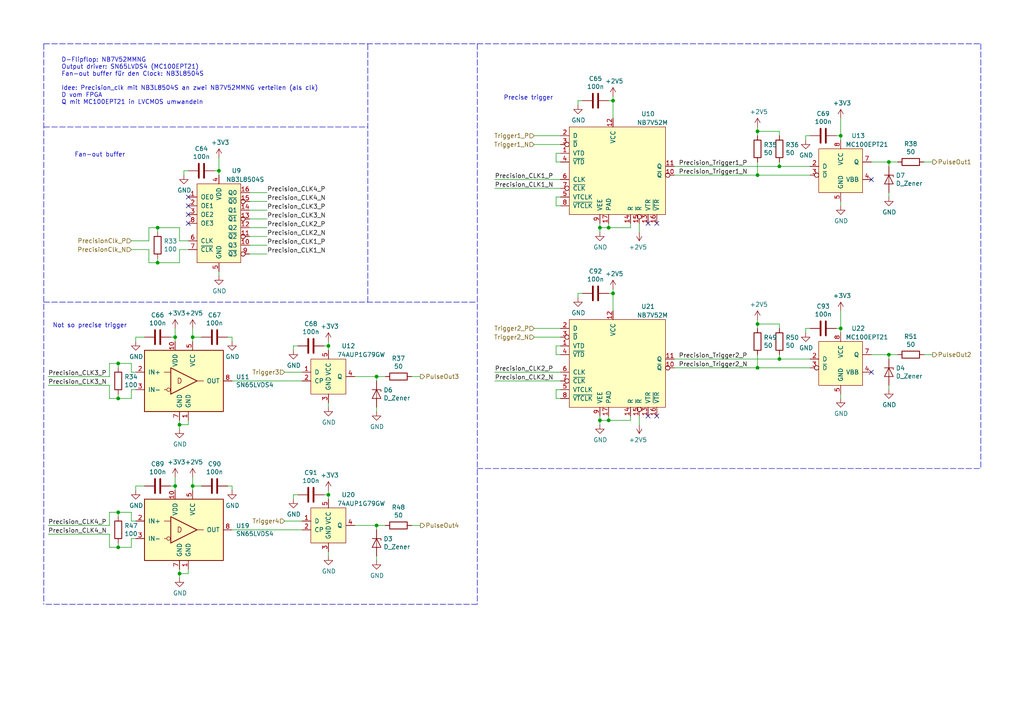
<source format=kicad_sch>
(kicad_sch (version 20250114) (generator "eeschema") (generator_version "9.0")
  (paper "A4")
  (title_block (title "TDS Receiver - Trigger Outputs") (date "2025-02-17") (company "(c) 2025 ETH Zurich, Y. Acremann") (comment 1 "License: GNU public license v. 3.0"))
  (lib_symbols
    (symbol "74AUP1G79GW:74AUP1G79GW" (pin_names (offset 1.016))
      (property "Reference" "U" (at 6.35 8.89 0))
      (property "Value" "74AUP1G79GW" (at 8.89 6.35 0))
      (symbol "74AUP1G79GW_0_1"
        (rectangle (start -5.08 5.08) (end 5.08 -5.08) (fill (type background)))
      )
      (symbol "74AUP1G79GW_1_1"
        (pin input line (at -7.62 1.27 0) (length 2.54) (name "D") (number "1"))
        (pin input line (at -7.62 -1.27 0) (length 2.54) (name "CP") (number "2"))
        (pin power_in line (at 0 7.62 270) (length 2.54) (name "VCC") (number "5"))
        (pin power_in line (at 0 -7.62 90) (length 2.54) (name "GND") (number "3"))
        (pin input line (at 7.62 0 180) (length 2.54) (name "Q") (number "4"))
      )
    )
    (symbol "Device:C" (pin_numbers (hide yes)) (pin_names (offset 0.254))
      (property "Reference" "C" (at 0.635 2.54 0))
      (property "Value" "Device_C" (at 0.635 -2.54 0))
      (symbol "C_0_1"
        (polyline (pts (xy -2.032 0.762) (xy 2.032 0.762)) (stroke (width 0.508)))
        (polyline (pts (xy -2.032 -0.762) (xy 2.032 -0.762)) (stroke (width 0.508)))
      )
      (symbol "C_1_1"
        (pin passive line (at 0 3.81 270) (length 2.794) (name "~") (number "1"))
        (pin passive line (at 0 -3.81 90) (length 2.794) (name "~") (number "2"))
      )
    )
    (symbol "Device:D_Zener" (pin_numbers (hide yes)) (pin_names (offset 1.016) (hide yes))
      (property "Reference" "D" (at 0 2.54 0))
      (property "Value" "Device_D_Zener" (at 0 -2.54 0))
      (symbol "D_Zener_0_1"
        (polyline (pts (xy -1.27 -1.27) (xy -1.27 1.27) (xy -0.762 1.27)) (stroke (width 0.2032)))
        (polyline (pts (xy 1.27 0) (xy -1.27 0)))
        (polyline (pts (xy 1.27 -1.27) (xy 1.27 1.27) (xy -1.27 0) (xy 1.27 -1.27)) (stroke (width 0.2032)))
      )
      (symbol "D_Zener_1_1"
        (pin passive line (at -3.81 0 0) (length 2.54) (name "K") (number "1"))
        (pin passive line (at 3.81 0 180) (length 2.54) (name "A") (number "2"))
      )
    )
    (symbol "Device:R" (pin_numbers (hide yes)) (pin_names (offset 0))
      (property "Reference" "R" (at 2.032 0 90))
      (property "Value" "Device_R" (at 0 0 90))
      (symbol "R_0_1"
        (rectangle (start -1.016 -2.54) (end 1.016 2.54) (stroke (width 0.254)))
      )
      (symbol "R_1_1"
        (pin passive line (at 0 3.81 270) (length 1.27) (name "~") (number "1"))
        (pin passive line (at 0 -3.81 90) (length 1.27) (name "~") (number "2"))
      )
    )
    (symbol "MC100EPT21:MC100EPT21" (pin_names (offset 1.016))
      (property "Reference" "U" (at 5.08 10.16 0))
      (property "Value" "MC100EPT21" (at 8.89 7.62 0))
      (symbol "MC100EPT21_0_1"
        (rectangle (start -6.35 6.35) (end 6.35 -6.35) (fill (type background)))
      )
      (symbol "MC100EPT21_1_1"
        (pin input line (at -8.89 1.27 0) (length 2.54) (name "D") (number "2"))
        (pin input inverted (at -8.89 -1.27 0) (length 2.54) (name "~{D}") (number "3"))
        (pin power_in line (at 0 8.89 270) (length 2.54) (name "VCC") (number "8"))
        (pin power_in line (at 0 -8.89 90) (length 2.54) (name "GND") (number "5"))
        (pin output line (at 8.89 2.54 180) (length 2.54) (name "Q") (number "7"))
        (pin output line (at 8.89 -2.54 180) (length 2.54) (name "VBB") (number "4"))
      )
    )
    (symbol "NB3L8504S:NB3L8504S" (pin_names (offset 1.016))
      (property "Reference" "U" (at 10.16 15.24 0))
      (property "Value" "NB3L8504S" (at 7.62 12.7 0))
      (symbol "NB3L8504S_0_1"
        (rectangle (start -6.35 11.43) (end 6.35 -11.43) (fill (type background)))
      )
      (symbol "NB3L8504S_1_1"
        (pin input line (at -8.89 7.62 0) (length 2.54) (name "OE0") (number "1"))
        (pin input line (at -8.89 5.08 0) (length 2.54) (name "OE1") (number "2"))
        (pin input line (at -8.89 2.54 0) (length 2.54) (name "OE2") (number "3"))
        (pin input line (at -8.89 0 0) (length 2.54) (name "OE3") (number "8"))
        (pin input line (at -8.89 -5.08 0) (length 2.54) (name "CLK") (number "6"))
        (pin input line (at -8.89 -7.62 0) (length 2.54) (name "~{CLK}") (number "7"))
        (pin power_in line (at 0 13.97 270) (length 2.54) (name "VDD") (number "4"))
        (pin power_in line (at 0 -13.97 90) (length 2.54) (name "GND") (number "5"))
        (pin output line (at 8.89 8.89 180) (length 2.54) (name "Q0") (number "16"))
        (pin output inverted (at 8.89 6.35 180) (length 2.54) (name "~{Q0}") (number "15"))
        (pin output line (at 8.89 3.81 180) (length 2.54) (name "Q1") (number "14"))
        (pin output inverted (at 8.89 1.27 180) (length 2.54) (name "~{Q1}") (number "13"))
        (pin output line (at 8.89 -1.27 180) (length 2.54) (name "Q2") (number "12"))
        (pin output inverted (at 8.89 -3.81 180) (length 2.54) (name "~{Q2}") (number "11"))
        (pin output line (at 8.89 -6.35 180) (length 2.54) (name "Q3") (number "10"))
        (pin output inverted (at 8.89 -8.89 180) (length 2.54) (name "~{Q3}") (number "9"))
      )
    )
    (symbol "NB7V52M:NB7V52M" (pin_names (offset 1.016))
      (property "Reference" "U" (at 7.62 16.51 0))
      (property "Value" "NB7V52M" (at 8.89 13.97 0))
      (symbol "NB7V52M_0_1"
        (rectangle (start -13.97 12.7) (end 13.97 -12.7) (fill (type background)))
      )
      (symbol "NB7V52M_1_1"
        (pin input line (at -16.51 10.16 0) (length 2.54) (name "D") (number "2"))
        (pin input inverted (at -16.51 7.62 0) (length 2.54) (name "~{D}") (number "3"))
        (pin passive line (at -16.51 5.08 0) (length 2.54) (name "VTD") (number "1"))
        (pin input line (at -16.51 2.54 0) (length 2.54) (name "~{VTD}") (number "4"))
        (pin input line (at -16.51 -2.54 0) (length 2.54) (name "CLK") (number "6"))
        (pin input inverted (at -16.51 -5.08 0) (length 2.54) (name "~{CLK}") (number "7"))
        (pin passive line (at -16.51 -7.62 0) (length 2.54) (name "VTCLK") (number "5"))
        (pin passive line (at -16.51 -10.16 0) (length 2.54) (name "~{VTCLK}") (number "8"))
        (pin power_in line (at -5.08 -15.24 90) (length 2.54) (name "VEE") (number "9"))
        (pin power_in line (at -2.54 -15.24 90) (length 2.54) (name "PAD") (number "17"))
        (pin power_in line (at -1.27 15.24 270) (length 2.54) (name "VCC") (number "12"))
        (pin input line (at 3.81 -15.24 90) (length 2.54) (name "R") (number "14"))
        (pin input inverted (at 6.35 -15.24 90) (length 2.54) (name "~{R}") (number "15"))
        (pin passive line (at 8.89 -15.24 90) (length 2.54) (name "VTR") (number "13"))
        (pin passive line (at 11.43 -15.24 90) (length 2.54) (name "~{VTR}") (number "16"))
        (pin output line (at 16.51 1.27 180) (length 2.54) (name "Q") (number "11"))
        (pin output inverted (at 16.51 -1.27 180) (length 2.54) (name "~{Q}") (number "10"))
      )
    )
    (symbol "SN65LVDS4:SN65LVDS4" (pin_names (offset 1.016))
      (property "Reference" "U" (at 15.24 12.7 0))
      (property "Value" "SN65LVDS4" (at 11.43 10.16 0))
      (symbol "SN65LVDS4_0_1"
        (polyline (pts (xy -5.715 -2.54) (xy -5.08 -2.54)))
        (circle (center -4.445 -2.54) (radius 0.508))
      )
      (symbol "SN65LVDS4_1_1"
        (rectangle (start -11.43 8.89) (end 11.43 -8.89) (stroke (width 0.254)) (fill (type background)))
        (polyline (pts (xy -3.81 2.54) (xy -5.715 2.54)))
        (polyline (pts (xy -3.81 -3.81) (xy -3.81 3.81) (xy 3.81 0) (xy -3.81 -3.81)) (stroke (width 0.254)))
        (polyline (pts (xy 3.81 0) (xy 5.715 0)))
        (text "D" (at -1.27 0 0) (effects (font (size 1.524 1.524))))
        (pin input line (at -13.97 2.54 0) (length 2.54) (name "IN+") (number "2"))
        (pin input line (at -13.97 -2.54 0) (length 2.54) (name "IN-") (number "3"))
        (pin power_in line (at -2.54 11.43 270) (length 2.54) (name "VDD") (number "10"))
        (pin power_in line (at -1.27 -11.43 90) (length 2.54) (name "GND") (number "7"))
        (pin power_in line (at 1.27 -11.43 90) (length 2.54) (name "GND") (number "1"))
        (pin power_in line (at 2.54 11.43 270) (length 2.54) (name "VCC") (number "5"))
        (pin no_connect line (at 5.08 -8.89 90) (length 2.54) (hide yes) (name "NC") (number "4"))
        (pin no_connect line (at 7.62 -8.89 90) (length 2.54) (hide yes) (name "NC") (number "6"))
        (pin no_connect line (at 10.16 -8.89 90) (length 2.54) (hide yes) (name "NC") (number "9"))
        (pin output line (at 13.97 0 180) (length 2.54) (name "OUT") (number "8"))
      )
    )
    (symbol "power:+2V5" (power) (pin_names (offset 0))
      (property "Value" "power_+2V5" (at 0 3.556 0))
      (symbol "+2V5_0_1"
        (polyline (pts (xy -0.762 1.27) (xy 0 2.54)))
        (polyline (pts (xy 0 2.54) (xy 0.762 1.27)))
        (polyline (pts (xy 0 0) (xy 0 2.54)))
      )
      (symbol "+2V5_1_1"
        (pin power_in line (at 0 0 90) (length 0) (hide yes) (name "+2V5") (number "1"))
      )
    )
    (symbol "power:+3.3V" (power) (pin_names (offset 0))
      (property "Value" "power_+3.3V" (at 0 3.556 0))
      (symbol "+3.3V_0_1"
        (polyline (pts (xy -0.762 1.27) (xy 0 2.54)))
        (polyline (pts (xy 0 2.54) (xy 0.762 1.27)))
        (polyline (pts (xy 0 0) (xy 0 2.54)))
      )
      (symbol "+3.3V_1_1"
        (pin power_in line (at 0 0 90) (length 0) (hide yes) (name "+3V3") (number "1"))
      )
    )
    (symbol "power:GND" (power) (pin_names (offset 0))
      (property "Value" "power_GND" (at 0 -3.81 0))
      (symbol "GND_0_1"
        (polyline (pts (xy 0 0) (xy 0 -1.27) (xy 1.27 -1.27) (xy 0 -2.54) (xy -1.27 -1.27) (xy 0 -1.27)))
      )
      (symbol "GND_1_1"
        (pin power_in line (at 0 0 270) (length 0) (hide yes) (name "GND") (number "1"))
      )
    )
  )
  (text "D-Flipflop: NB7V52MMNG\nOutput driver: SN65LVDS4 (MC100EPT21)\nFan-out buffer für den Clock: NB3L8504S\n\nIdee: Precision_clk mit NB3L8504S an zwei NB7V52MMNG verteilen (als clk)\nD vom FPGA\nQ mit MC100EPT21 in LVCMOS umwandeln" (at 17.78 30.48 0) (effects (font (size 1.27 1.27)) (justify left bottom)))
  (text "Precise trigger\n" (at 146.05 29.21 0) (effects (font (size 1.27 1.27)) (justify left bottom)))
  (text "Not so precise trigger\n" (at 15.24 95.25 0) (effects (font (size 1.27 1.27)) (justify left bottom)))
  (text "Fan-out buffer\n" (at 21.59 45.72 0) (effects (font (size 1.27 1.27)) (justify left bottom)))
  (junction (at 226.06 104.14))
  (junction (at 55.88 140.97))
  (junction (at 177.8 29.21))
  (junction (at 95.25 143.51))
  (junction (at 176.53 121.92))
  (junction (at 257.81 46.99))
  (junction (at 109.22 109.22))
  (junction (at 109.22 152.4))
  (junction (at 219.71 106.68))
  (junction (at 63.5 49.53))
  (junction (at 34.29 158.75))
  (junction (at 52.07 166.37))
  (junction (at 55.88 97.79))
  (junction (at 52.07 123.19))
  (junction (at 173.99 66.04))
  (junction (at 176.53 66.04))
  (junction (at 257.81 102.87))
  (junction (at 34.29 115.57))
  (junction (at 50.8 140.97))
  (junction (at 219.71 93.98))
  (junction (at 34.29 148.59))
  (junction (at 45.72 76.2))
  (junction (at 219.71 50.8))
  (junction (at 219.71 38.1))
  (junction (at 243.84 39.37))
  (junction (at 95.25 100.33))
  (junction (at 243.84 95.25))
  (junction (at 50.8 97.79))
  (junction (at 45.72 66.04))
  (junction (at 226.06 48.26))
  (junction (at 34.29 105.41))
  (junction (at 173.99 121.92))
  (junction (at 177.8 85.09))
  (no_connect (at 54.61 57.15))
  (no_connect (at 252.73 52.07))
  (no_connect (at 54.61 64.77))
  (no_connect (at 190.5 120.65))
  (no_connect (at 54.61 62.23))
  (no_connect (at 252.73 107.95))
  (no_connect (at 54.61 59.69))
  (no_connect (at 190.5 64.77))
  (no_connect (at 187.96 120.65))
  (no_connect (at 187.96 64.77))
  (wire (pts (xy 161.29 102.87) (xy 162.56 102.87)))
  (wire (pts (xy 31.75 152.4) (xy 13.97 152.4)))
  (wire (pts (xy 243.84 39.37) (xy 243.84 40.64)))
  (wire (pts (xy 52.07 76.2) (xy 52.07 72.39)))
  (wire (pts (xy 34.29 148.59) (xy 34.29 149.86)))
  (wire (pts (xy 38.1 113.03) (xy 38.1 115.57)))
  (wire (pts (xy 72.39 68.58) (xy 77.47 68.58)))
  (polyline (pts (xy 138.43 135.89) (xy 284.48 135.89)) (stroke (width 0) (type dash)))
  (wire (pts (xy 34.29 148.59) (xy 31.75 148.59)))
  (wire (pts (xy 31.75 148.59) (xy 31.75 152.4)))
  (wire (pts (xy 38.1 105.41) (xy 38.1 107.95)))
  (wire (pts (xy 162.56 100.33) (xy 161.29 100.33)))
  (wire (pts (xy 38.1 148.59) (xy 34.29 148.59)))
  (wire (pts (xy 167.64 29.21) (xy 167.64 30.48)))
  (wire (pts (xy 219.71 93.98) (xy 226.06 93.98)))
  (wire (pts (xy 243.84 39.37) (xy 243.84 34.29)))
  (wire (pts (xy 242.57 39.37) (xy 243.84 39.37)))
  (wire (pts (xy 52.07 123.19) (xy 52.07 121.92)))
  (wire (pts (xy 173.99 121.92) (xy 176.53 121.92)))
  (wire (pts (xy 219.71 93.98) (xy 219.71 95.25)))
  (wire (pts (xy 87.63 110.49) (xy 67.31 110.49)))
  (wire (pts (xy 176.53 66.04) (xy 182.88 66.04)))
  (wire (pts (xy 85.09 143.51) (xy 85.09 144.78)))
  (wire (pts (xy 162.56 107.95) (xy 143.51 107.95)))
  (wire (pts (xy 182.88 66.04) (xy 182.88 64.77)))
  (wire (pts (xy 72.39 58.42) (xy 77.47 58.42)))
  (wire (pts (xy 52.07 69.85) (xy 54.61 69.85)))
  (wire (pts (xy 195.58 48.26) (xy 226.06 48.26)))
  (wire (pts (xy 49.53 140.97) (xy 50.8 140.97)))
  (wire (pts (xy 52.07 123.19) (xy 54.61 123.19)))
  (wire (pts (xy 43.18 66.04) (xy 43.18 69.85)))
  (wire (pts (xy 257.81 46.99) (xy 252.73 46.99)))
  (wire (pts (xy 177.8 29.21) (xy 177.8 34.29)))
  (wire (pts (xy 234.95 39.37) (xy 233.68 39.37)))
  (polyline (pts (xy 138.43 12.7) (xy 138.43 175.26)) (stroke (width 0) (type dash)))
  (wire (pts (xy 177.8 85.09) (xy 176.53 85.09)))
  (wire (pts (xy 195.58 106.68) (xy 219.71 106.68)))
  (wire (pts (xy 45.72 76.2) (xy 45.72 74.93)))
  (wire (pts (xy 119.38 152.4) (xy 121.92 152.4)))
  (wire (pts (xy 161.29 100.33) (xy 161.29 102.87)))
  (wire (pts (xy 63.5 80.01) (xy 63.5 78.74)))
  (wire (pts (xy 41.91 140.97) (xy 39.37 140.97)))
  (wire (pts (xy 260.35 46.99) (xy 257.81 46.99)))
  (wire (pts (xy 43.18 72.39) (xy 38.1 72.39)))
  (wire (pts (xy 55.88 138.43) (xy 55.88 140.97)))
  (wire (pts (xy 219.71 92.71) (xy 219.71 93.98)))
  (wire (pts (xy 38.1 115.57) (xy 34.29 115.57)))
  (wire (pts (xy 161.29 44.45) (xy 161.29 46.99)))
  (wire (pts (xy 13.97 111.76) (xy 31.75 111.76)))
  (wire (pts (xy 168.91 85.09) (xy 167.64 85.09)))
  (wire (pts (xy 93.98 100.33) (xy 95.25 100.33)))
  (wire (pts (xy 52.07 72.39) (xy 54.61 72.39)))
  (wire (pts (xy 45.72 66.04) (xy 45.72 67.31)))
  (wire (pts (xy 34.29 115.57) (xy 34.29 114.3)))
  (wire (pts (xy 109.22 162.56) (xy 109.22 161.29)))
  (wire (pts (xy 257.81 57.15) (xy 257.81 55.88)))
  (wire (pts (xy 82.55 107.95) (xy 87.63 107.95)))
  (wire (pts (xy 109.22 153.67) (xy 109.22 152.4)))
  (wire (pts (xy 72.39 60.96) (xy 77.47 60.96)))
  (wire (pts (xy 86.36 100.33) (xy 85.09 100.33)))
  (wire (pts (xy 54.61 166.37) (xy 54.61 165.1)))
  (wire (pts (xy 168.91 29.21) (xy 167.64 29.21)))
  (wire (pts (xy 85.09 100.33) (xy 85.09 101.6)))
  (wire (pts (xy 167.64 85.09) (xy 167.64 86.36)))
  (wire (pts (xy 95.25 161.29) (xy 95.25 160.02)))
  (wire (pts (xy 39.37 113.03) (xy 38.1 113.03)))
  (wire (pts (xy 161.29 115.57) (xy 162.56 115.57)))
  (wire (pts (xy 72.39 71.12) (xy 77.47 71.12)))
  (wire (pts (xy 162.56 113.03) (xy 161.29 113.03)))
  (wire (pts (xy 43.18 76.2) (xy 43.18 72.39)))
  (wire (pts (xy 66.04 140.97) (xy 67.31 140.97)))
  (polyline (pts (xy 12.7 87.63) (xy 138.43 87.63)) (stroke (width 0) (type dash)))
  (wire (pts (xy 162.56 57.15) (xy 161.29 57.15)))
  (wire (pts (xy 173.99 123.19) (xy 173.99 121.92)))
  (wire (pts (xy 55.88 140.97) (xy 55.88 142.24)))
  (wire (pts (xy 95.25 143.51) (xy 95.25 144.78)))
  (wire (pts (xy 50.8 95.25) (xy 50.8 97.79)))
  (wire (pts (xy 31.75 111.76) (xy 31.75 115.57)))
  (wire (pts (xy 173.99 67.31) (xy 173.99 66.04)))
  (wire (pts (xy 177.8 85.09) (xy 177.8 90.17)))
  (wire (pts (xy 52.07 124.46) (xy 52.07 123.19)))
  (wire (pts (xy 161.29 59.69) (xy 162.56 59.69)))
  (wire (pts (xy 63.5 49.53) (xy 63.5 50.8)))
  (wire (pts (xy 52.07 167.64) (xy 52.07 166.37)))
  (wire (pts (xy 31.75 154.94) (xy 31.75 158.75)))
  (wire (pts (xy 109.22 119.38) (xy 109.22 118.11)))
  (wire (pts (xy 58.42 140.97) (xy 55.88 140.97)))
  (wire (pts (xy 45.72 76.2) (xy 43.18 76.2)))
  (wire (pts (xy 31.75 115.57) (xy 34.29 115.57)))
  (wire (pts (xy 234.95 48.26) (xy 226.06 48.26)))
  (wire (pts (xy 50.8 138.43) (xy 50.8 140.97)))
  (wire (pts (xy 67.31 97.79) (xy 67.31 99.06)))
  (wire (pts (xy 31.75 158.75) (xy 34.29 158.75)))
  (wire (pts (xy 173.99 66.04) (xy 173.99 64.77)))
  (wire (pts (xy 226.06 38.1) (xy 226.06 39.37)))
  (wire (pts (xy 45.72 66.04) (xy 52.07 66.04)))
  (wire (pts (xy 38.1 107.95) (xy 39.37 107.95)))
  (wire (pts (xy 62.23 49.53) (xy 63.5 49.53)))
  (wire (pts (xy 72.39 63.5) (xy 77.47 63.5)))
  (wire (pts (xy 109.22 152.4) (xy 102.87 152.4)))
  (wire (pts (xy 257.81 104.14) (xy 257.81 102.87)))
  (wire (pts (xy 38.1 105.41) (xy 34.29 105.41)))
  (wire (pts (xy 52.07 66.04) (xy 52.07 69.85)))
  (wire (pts (xy 243.84 95.25) (xy 243.84 96.52)))
  (wire (pts (xy 267.97 102.87) (xy 270.51 102.87)))
  (polyline (pts (xy 12.7 12.7) (xy 12.7 175.26)) (stroke (width 0) (type dash)))
  (polyline (pts (xy 106.68 87.63) (xy 106.68 12.7)) (stroke (width 0) (type dash)))
  (wire (pts (xy 95.25 118.11) (xy 95.25 116.84)))
  (wire (pts (xy 45.72 76.2) (xy 52.07 76.2)))
  (wire (pts (xy 243.84 95.25) (xy 243.84 90.17)))
  (wire (pts (xy 77.47 55.88) (xy 72.39 55.88)))
  (wire (pts (xy 219.71 46.99) (xy 219.71 50.8)))
  (wire (pts (xy 55.88 95.25) (xy 55.88 97.79)))
  (wire (pts (xy 260.35 102.87) (xy 257.81 102.87)))
  (wire (pts (xy 67.31 140.97) (xy 67.31 142.24)))
  (wire (pts (xy 50.8 140.97) (xy 50.8 142.24)))
  (wire (pts (xy 109.22 109.22) (xy 111.76 109.22)))
  (wire (pts (xy 226.06 48.26) (xy 226.06 46.99)))
  (polyline (pts (xy 138.43 175.26) (xy 12.7 175.26)) (stroke (width 0) (type dash)))
  (wire (pts (xy 177.8 83.82) (xy 177.8 85.09)))
  (wire (pts (xy 39.37 97.79) (xy 39.37 99.06)))
  (wire (pts (xy 267.97 46.99) (xy 270.51 46.99)))
  (wire (pts (xy 45.72 66.04) (xy 43.18 66.04)))
  (wire (pts (xy 177.8 27.94) (xy 177.8 29.21)))
  (wire (pts (xy 95.25 100.33) (xy 95.25 101.6)))
  (wire (pts (xy 54.61 49.53) (xy 53.34 49.53)))
  (wire (pts (xy 55.88 97.79) (xy 55.88 99.06)))
  (wire (pts (xy 119.38 109.22) (xy 121.92 109.22)))
  (wire (pts (xy 176.53 121.92) (xy 176.53 120.65)))
  (wire (pts (xy 34.29 105.41) (xy 31.75 105.41)))
  (wire (pts (xy 185.42 120.65) (xy 185.42 123.19)))
  (wire (pts (xy 219.71 36.83) (xy 219.71 38.1)))
  (wire (pts (xy 219.71 50.8) (xy 234.95 50.8)))
  (wire (pts (xy 233.68 95.25) (xy 233.68 96.52)))
  (wire (pts (xy 226.06 93.98) (xy 226.06 95.25)))
  (wire (pts (xy 233.68 39.37) (xy 233.68 40.64)))
  (wire (pts (xy 67.31 153.67) (xy 87.63 153.67)))
  (wire (pts (xy 162.56 52.07) (xy 143.51 52.07)))
  (wire (pts (xy 226.06 104.14) (xy 226.06 102.87)))
  (wire (pts (xy 38.1 156.21) (xy 38.1 158.75)))
  (polyline (pts (xy 12.7 36.83) (xy 106.68 36.83)) (stroke (width 0) (type dash)))
  (wire (pts (xy 173.99 121.92) (xy 173.99 120.65)))
  (wire (pts (xy 52.07 166.37) (xy 54.61 166.37)))
  (wire (pts (xy 95.25 100.33) (xy 95.25 99.06)))
  (wire (pts (xy 53.34 49.53) (xy 53.34 50.8)))
  (polyline (pts (xy 284.48 12.7) (xy 284.48 135.89)) (stroke (width 0) (type dash)))
  (wire (pts (xy 143.51 110.49) (xy 162.56 110.49)))
  (wire (pts (xy 219.71 102.87) (xy 219.71 106.68)))
  (wire (pts (xy 109.22 110.49) (xy 109.22 109.22)))
  (polyline (pts (xy 12.7 12.7) (xy 284.48 12.7)) (stroke (width 0) (type dash)))
  (wire (pts (xy 177.8 29.21) (xy 176.53 29.21)))
  (wire (pts (xy 63.5 45.72) (xy 63.5 49.53)))
  (wire (pts (xy 143.51 54.61) (xy 162.56 54.61)))
  (wire (pts (xy 93.98 143.51) (xy 95.25 143.51)))
  (wire (pts (xy 242.57 95.25) (xy 243.84 95.25)))
  (wire (pts (xy 38.1 151.13) (xy 39.37 151.13)))
  (wire (pts (xy 182.88 121.92) (xy 182.88 120.65)))
  (wire (pts (xy 219.71 38.1) (xy 219.71 39.37)))
  (wire (pts (xy 39.37 156.21) (xy 38.1 156.21)))
  (wire (pts (xy 219.71 106.68) (xy 234.95 106.68)))
  (wire (pts (xy 50.8 97.79) (xy 50.8 99.06)))
  (wire (pts (xy 66.04 97.79) (xy 67.31 97.79)))
  (wire (pts (xy 243.84 115.57) (xy 243.84 114.3)))
  (wire (pts (xy 161.29 57.15) (xy 161.29 59.69)))
  (wire (pts (xy 162.56 95.25) (xy 154.94 95.25)))
  (wire (pts (xy 154.94 97.79) (xy 162.56 97.79)))
  (wire (pts (xy 257.81 102.87) (xy 252.73 102.87)))
  (wire (pts (xy 161.29 113.03) (xy 161.29 115.57)))
  (wire (pts (xy 162.56 44.45) (xy 161.29 44.45)))
  (wire (pts (xy 257.81 113.03) (xy 257.81 111.76)))
  (wire (pts (xy 13.97 154.94) (xy 31.75 154.94)))
  (wire (pts (xy 219.71 50.8) (xy 195.58 50.8)))
  (wire (pts (xy 185.42 64.77) (xy 185.42 67.31)))
  (wire (pts (xy 173.99 66.04) (xy 176.53 66.04)))
  (wire (pts (xy 257.81 48.26) (xy 257.81 46.99)))
  (wire (pts (xy 195.58 104.14) (xy 226.06 104.14)))
  (wire (pts (xy 234.95 104.14) (xy 226.06 104.14)))
  (wire (pts (xy 41.91 97.79) (xy 39.37 97.79)))
  (wire (pts (xy 58.42 97.79) (xy 55.88 97.79)))
  (wire (pts (xy 72.39 73.66) (xy 77.47 73.66)))
  (wire (pts (xy 38.1 148.59) (xy 38.1 151.13)))
  (wire (pts (xy 109.22 152.4) (xy 111.76 152.4)))
  (wire (pts (xy 34.29 158.75) (xy 34.29 157.48)))
  (wire (pts (xy 176.53 121.92) (xy 182.88 121.92)))
  (wire (pts (xy 54.61 123.19) (xy 54.61 121.92)))
  (wire (pts (xy 31.75 109.22) (xy 13.97 109.22)))
  (wire (pts (xy 161.29 46.99) (xy 162.56 46.99)))
  (wire (pts (xy 162.56 39.37) (xy 154.94 39.37)))
  (wire (pts (xy 95.25 143.51) (xy 95.25 142.24)))
  (wire (pts (xy 43.18 69.85) (xy 38.1 69.85)))
  (wire (pts (xy 154.94 41.91) (xy 162.56 41.91)))
  (wire (pts (xy 39.37 140.97) (xy 39.37 142.24)))
  (wire (pts (xy 243.84 59.69) (xy 243.84 58.42)))
  (wire (pts (xy 49.53 97.79) (xy 50.8 97.79)))
  (wire (pts (xy 77.47 66.04) (xy 72.39 66.04)))
  (wire (pts (xy 31.75 105.41) (xy 31.75 109.22)))
  (wire (pts (xy 219.71 38.1) (xy 226.06 38.1)))
  (wire (pts (xy 38.1 158.75) (xy 34.29 158.75)))
  (wire (pts (xy 52.07 166.37) (xy 52.07 165.1)))
  (wire (pts (xy 176.53 66.04) (xy 176.53 64.77)))
  (wire (pts (xy 86.36 143.51) (xy 85.09 143.51)))
  (wire (pts (xy 82.55 151.13) (xy 87.63 151.13)))
  (wire (pts (xy 102.87 109.22) (xy 109.22 109.22)))
  (wire (pts (xy 234.95 95.25) (xy 233.68 95.25)))
  (wire (pts (xy 34.29 105.41) (xy 34.29 106.68)))
  (label "Precision_Trigger2_P" (at 196.85 104.14 0))
  (label "Precision_CLK4_N" (at 13.97 154.94 0))
  (label "Precision_CLK1_N" (at 77.47 73.66 0))
  (label "Precision_CLK2_N" (at 143.51 110.49 0))
  (label "Precision_CLK3_N" (at 77.47 63.5 0))
  (label "Precision_CLK3_P" (at 77.47 60.96 0))
  (label "Precision_CLK1_P" (at 77.47 71.12 0))
  (label "Precision_CLK4_P" (at 77.47 55.88 0))
  (label "Precision_Trigger1_P" (at 196.85 48.26 0))
  (label "Precision_CLK4_N" (at 77.47 58.42 0))
  (label "Precision_CLK1_P" (at 143.51 52.07 0))
  (label "Precision_CLK3_N" (at 13.97 111.76 0))
  (label "Precision_CLK4_P" (at 13.97 152.4 0))
  (label "Precision_CLK2_P" (at 143.51 107.95 0))
  (label "Precision_Trigger2_N" (at 196.85 106.68 0))
  (label "Precision_CLK2_P" (at 77.47 66.04 0))
  (label "Precision_CLK1_N" (at 143.51 54.61 0))
  (label "Precision_Trigger1_N" (at 196.85 50.8 0))
  (label "Precision_CLK3_P" (at 13.97 109.22 0))
  (label "Precision_CLK2_N" (at 77.47 68.58 0))
  (hierarchical_label "Trigger2_N" (shape input) (at 154.94 97.79 180))
  (hierarchical_label "Trigger2_P" (shape input) (at 154.94 95.25 180))
  (hierarchical_label "Trigger4" (shape input) (at 82.55 151.13 180))
  (hierarchical_label "PulseOut3" (shape output) (at 121.92 109.22 0))
  (hierarchical_label "Trigger3" (shape input) (at 82.55 107.95 180))
  (hierarchical_label "PrecisionClk_P" (shape input) (at 38.1 69.85 180))
  (hierarchical_label "PulseOut4" (shape output) (at 121.92 152.4 0))
  (hierarchical_label "Trigger1_P" (shape input) (at 154.94 39.37 180))
  (hierarchical_label "PulseOut1" (shape output) (at 270.51 46.99 0))
  (hierarchical_label "PulseOut2" (shape output) (at 270.51 102.87 0))
  (hierarchical_label "Trigger1_N" (shape input) (at 154.94 41.91 180))
  (hierarchical_label "PrecisionClk_N" (shape input) (at 38.1 72.39 180))
  (symbol (lib_id "Device:R") (at 45.72 71.12 0) (unit 1)
    (property "Reference" "R33" (at 47.498 69.9516 0) (effects (justify left)))
    (property "Value" "100" (at 47.498 72.263 0) (effects (justify left)))
    (property "Footprint" "Resistor_SMD:R_0603_1608Metric" (effects (hide yes)))
  )
  (symbol (lib_id "power:GND") (at 63.5 80.01 0) (unit 1)
    (property "Reference" "#PWR0225" (effects (hide yes)))
    (property "Value" "GND" (at 63.627 84.4042 0))
  )
  (symbol (lib_id "power:+3.3V") (at 63.5 45.72 0) (unit 1)
    (property "Reference" "#PWR0226" (effects (hide yes)))
    (property "Value" "+3V3" (at 63.881 41.3258 0))
  )
  (symbol (lib_id "Device:C") (at 58.42 49.53 270) (unit 1)
    (property "Reference" "C64" (at 58.42 43.1292 90))
    (property "Value" "100n" (at 58.42 45.4406 90))
    (property "Footprint" "Capacitor_SMD:C_0603_1608Metric" (effects (hide yes)))
  )
  (symbol (lib_id "power:GND") (at 53.34 50.8 0) (unit 1)
    (property "Reference" "#PWR0227" (effects (hide yes)))
    (property "Value" "GND" (at 53.467 55.1942 0))
  )
  (symbol (lib_id "Device:C") (at 172.72 29.21 270) (unit 1)
    (property "Reference" "C65" (at 172.72 22.8092 90))
    (property "Value" "100n" (at 172.72 25.1206 90))
    (property "Footprint" "Capacitor_SMD:C_0603_1608Metric" (effects (hide yes)))
  )
  (symbol (lib_id "power:GND") (at 167.64 30.48 0) (unit 1)
    (property "Reference" "#PWR0228" (effects (hide yes)))
    (property "Value" "GND" (at 167.767 34.8742 0))
  )
  (symbol (lib_id "power:GND") (at 173.99 67.31 0) (unit 1)
    (property "Reference" "#PWR0229" (effects (hide yes)))
    (property "Value" "GND" (at 174.117 71.7042 0))
  )
  (symbol (lib_id "power:+2V5") (at 177.8 27.94 0) (unit 1)
    (property "Reference" "#PWR0230" (effects (hide yes)))
    (property "Value" "+2V5" (at 178.181 23.5458 0))
  )
  (symbol (lib_id "power:+2V5") (at 185.42 67.31 180) (unit 1)
    (property "Reference" "#PWR0231" (effects (hide yes)))
    (property "Value" "+2V5" (at 185.039 71.7042 0))
  )
  (symbol (lib_id "power:GND") (at 243.84 59.69 0) (unit 1)
    (property "Reference" "#PWR0232" (effects (hide yes)))
    (property "Value" "GND" (at 243.967 64.0842 0))
  )
  (symbol (lib_id "power:+3.3V") (at 243.84 34.29 0) (unit 1)
    (property "Reference" "#PWR0233" (effects (hide yes)))
    (property "Value" "+3V3" (at 244.221 29.8958 0))
  )
  (symbol (lib_id "Device:C") (at 238.76 39.37 270) (unit 1)
    (property "Reference" "C69" (at 238.76 32.9692 90))
    (property "Value" "100n" (at 238.76 35.2806 90))
    (property "Footprint" "Capacitor_SMD:C_0603_1608Metric" (effects (hide yes)))
  )
  (symbol (lib_id "power:GND") (at 233.68 40.64 0) (unit 1)
    (property "Reference" "#PWR0234" (effects (hide yes)))
    (property "Value" "GND" (at 233.807 45.0342 0))
  )
  (symbol (lib_id "power:+3.3V") (at 95.25 99.06 0) (unit 1)
    (property "Reference" "#PWR0235" (effects (hide yes)))
    (property "Value" "+3V3" (at 95.631 94.6658 0))
  )
  (symbol (lib_id "Device:C") (at 90.17 100.33 270) (unit 1)
    (property "Reference" "C68" (at 90.17 93.9292 90))
    (property "Value" "100n" (at 90.17 96.2406 90))
    (property "Footprint" "Capacitor_SMD:C_0603_1608Metric" (effects (hide yes)))
  )
  (symbol (lib_id "power:GND") (at 85.09 101.6 0) (unit 1)
    (property "Reference" "#PWR0236" (effects (hide yes)))
    (property "Value" "GND" (at 85.217 105.9942 0))
  )
  (symbol (lib_id "power:GND") (at 95.25 118.11 0) (unit 1)
    (property "Reference" "#PWR0237" (effects (hide yes)))
    (property "Value" "GND" (at 95.377 122.5042 0))
  )
  (symbol (lib_id "Device:R") (at 34.29 110.49 0) (unit 1)
    (property "Reference" "R34" (at 36.068 109.3216 0) (effects (justify left)))
    (property "Value" "100" (at 36.068 111.633 0) (effects (justify left)))
    (property "Footprint" "Resistor_SMD:R_0603_1608Metric" (effects (hide yes)))
  )
  (symbol (lib_id "power:+3.3V") (at 50.8 95.25 0) (unit 1)
    (property "Reference" "#PWR0238" (effects (hide yes)))
    (property "Value" "+3V3" (at 51.181 90.8558 0))
  )
  (symbol (lib_id "Device:C") (at 45.72 97.79 270) (unit 1)
    (property "Reference" "C66" (at 45.72 91.3892 90))
    (property "Value" "100n" (at 45.72 93.7006 90))
    (property "Footprint" "Capacitor_SMD:C_0603_1608Metric" (effects (hide yes)))
  )
  (symbol (lib_id "power:GND") (at 39.37 99.06 0) (unit 1)
    (property "Reference" "#PWR0239" (effects (hide yes)))
    (property "Value" "GND" (at 39.497 103.4542 0))
  )
  (symbol (lib_id "power:+2V5") (at 55.88 95.25 0) (unit 1)
    (property "Reference" "#PWR0240" (effects (hide yes)))
    (property "Value" "+2V5" (at 56.261 90.8558 0))
  )
  (symbol (lib_id "Device:C") (at 62.23 97.79 270) (unit 1)
    (property "Reference" "C67" (at 62.23 91.3892 90))
    (property "Value" "100n" (at 62.23 93.7006 90))
    (property "Footprint" "Capacitor_SMD:C_0603_1608Metric" (effects (hide yes)))
  )
  (symbol (lib_id "power:GND") (at 67.31 99.06 0) (unit 1)
    (property "Reference" "#PWR0241" (effects (hide yes)))
    (property "Value" "GND" (at 67.437 103.4542 0))
  )
  (symbol (lib_id "power:GND") (at 52.07 124.46 0) (unit 1)
    (property "Reference" "#PWR0242" (effects (hide yes)))
    (property "Value" "GND" (at 52.197 128.8542 0))
  )
  (symbol (lib_id "power:+2V5") (at 219.71 36.83 0) (unit 1)
    (property "Reference" "#PWR0243" (effects (hide yes)))
    (property "Value" "+2V5" (at 220.091 32.4358 0))
  )
  (symbol (lib_id "Device:R") (at 226.06 43.18 0) (unit 1)
    (property "Reference" "R36" (at 227.838 42.0116 0) (effects (justify left)))
    (property "Value" "50" (at 227.838 44.323 0) (effects (justify left)))
    (property "Footprint" "Resistor_SMD:R_0603_1608Metric" (effects (hide yes)))
  )
  (symbol (lib_id "Device:R") (at 219.71 43.18 0) (unit 1)
    (property "Reference" "R35" (at 221.488 42.0116 0) (effects (justify left)))
    (property "Value" "50" (at 221.488 44.323 0) (effects (justify left)))
    (property "Footprint" "Resistor_SMD:R_0603_1608Metric" (effects (hide yes)))
  )
  (symbol (lib_id "Device:R") (at 264.16 46.99 270) (unit 1)
    (property "Reference" "R38" (at 264.16 41.7322 90))
    (property "Value" "50" (at 264.16 44.0436 90))
    (property "Footprint" "Resistor_SMD:R_0603_1608Metric" (effects (hide yes)))
  )
  (symbol (lib_id "Device:R") (at 115.57 109.22 270) (unit 1)
    (property "Reference" "R37" (at 115.57 103.9622 90))
    (property "Value" "50" (at 115.57 106.2736 90))
    (property "Footprint" "Resistor_SMD:R_0603_1608Metric" (effects (hide yes)))
  )
  (symbol (lib_id "Device:D_Zener") (at 109.22 114.3 270) (unit 1)
    (property "Reference" "D6" (at 111.2266 113.1316 90) (effects (justify left)))
    (property "Value" "D_Zener" (at 111.2266 115.443 90) (effects (justify left)))
    (property "Footprint" "Diode_SMD:D_0805_2012Metric" (effects (hide yes)))
    (property "Datasheet" "https://www.mouser.ch/datasheet/2/395/BZY55B2V4_SERIES_C1612-1918068.pdf" (effects (hide yes)))
    (property "Lieferant" "Mouser" (effects (hide yes)))
    (property "Bestellnummer" "821-BZY55B3V6RBG" (effects (hide yes)))
  )
  (symbol (lib_id "power:GND") (at 109.22 119.38 0) (unit 1)
    (property "Reference" "#PWR0244" (effects (hide yes)))
    (property "Value" "GND" (at 109.347 123.7742 0))
  )
  (symbol (lib_id "Device:D_Zener") (at 257.81 52.07 270) (unit 1)
    (property "Reference" "D7" (at 259.8166 50.9016 90) (effects (justify left)))
    (property "Value" "D_Zener" (at 259.8166 53.213 90) (effects (justify left)))
    (property "Footprint" "Diode_SMD:D_0805_2012Metric" (effects (hide yes)))
    (property "Datasheet" "https://www.mouser.ch/datasheet/2/395/BZY55B2V4_SERIES_C1612-1918068.pdf" (effects (hide yes)))
    (property "Lieferant" "Mouser" (effects (hide yes)))
    (property "Bestellnummer" "821-BZY55B3V6RBG" (effects (hide yes)))
  )
  (symbol (lib_id "power:GND") (at 257.81 57.15 0) (unit 1)
    (property "Reference" "#PWR0245" (effects (hide yes)))
    (property "Value" "GND" (at 257.937 61.5442 0))
  )
  (symbol (lib_id "74AUP1G79GW:74AUP1G79GW") (at 95.25 109.22 0) (unit 1)
    (property "Reference" "U12" (at 99.06 100.33 0) (effects (justify left)))
    (property "Value" "74AUP1G79GW" (at 97.79 102.87 0) (effects (justify left)))
    (property "Footprint" "Package_TO_SOT_SMD:SOT-353_SC-70-5_Handsoldering" (effects (hide yes)))
    (property "Datasheet" "https://www.mouser.ch/datasheet/2/916/74AUP1G79-1318635.pdf" (effects (hide yes)))
    (property "Lieferant" "Mouser" (effects (hide yes)))
    (property "Bestellnummer" "771-AUP1G79GW125" (effects (hide yes)))
  )
  (symbol (lib_id "SN65LVDS4:SN65LVDS4") (at 53.34 110.49 0) (unit 1)
    (property "Reference" "U11" (at 68.4276 109.3216 0) (effects (justify left)))
    (property "Value" "SN65LVDS4" (at 68.4276 111.633 0) (effects (justify left)))
    (property "Footprint" "Package_DFN_QFN:Texas_R-PUQFN-N10" (effects (hide yes)))
    (property "Datasheet" "https://www.ti.com/lit/ds/symlink/sn65lvds4.pdf" (effects (hide yes)))
    (property "Lieferant" "Mouser" (effects (hide yes)))
    (property "Bestellnummer" "595-SN65LVDS4RSE" (effects (hide yes)))
  )
  (symbol (lib_id "NB3L8504S:NB3L8504S") (at 63.5 64.77 0) (unit 1)
    (property "Reference" "U9" (at 68.58 49.53 0))
    (property "Value" "NB3L8504S" (at 71.12 52.07 0))
    (property "Footprint" "Package_SO:TSSOP-16_4.4x5mm_P0.65mm" (effects (hide yes)))
    (property "Datasheet" "https://www.onsemi.com/pdf/datasheet/nb3l8504s-d.pdf" (effects (hide yes)))
    (property "Lieferant" "Mouser" (effects (hide yes)))
    (property "Bestellnummer" "863-NB3L8504SDTG" (effects (hide yes)))
  )
  (symbol (lib_id "NB7V52M:NB7V52M") (at 179.07 49.53 0) (unit 1)
    (property "Reference" "U10" (at 187.96 33.02 0))
    (property "Value" "NB7V52M" (at 189.23 35.56 0))
    (property "Footprint" "Package_DFN_QFN:QFN-16-1EP_3x3mm_P0.5mm_EP1.9x1.9mm" (effects (hide yes)))
    (property "Datasheet" "https://www.mouser.ch/datasheet/2/308/NB7V52M_D-1812029.pdf" (effects (hide yes)))
    (property "Lieferant" "Mouser" (effects (hide yes)))
    (property "Bestellnummer" "863-NB7V52MMNG" (effects (hide yes)))
  )
  (symbol (lib_id "MC100EPT21:MC100EPT21") (at 243.84 49.53 0) (unit 1)
    (property "Reference" "U13" (at 248.92 39.37 0))
    (property "Value" "MC100EPT21" (at 251.46 41.91 0))
    (property "Footprint" "Package_SO:TSSOP-8_3x3mm_P0.65mm" (effects (hide yes)))
    (property "Datasheet" "https://www.mouser.ch/datasheet/2/308/MC100EPT21_D-1811024.pdf" (effects (hide yes)))
    (property "Lieferant" "Mouser" (effects (hide yes)))
    (property "Bestellnummer" "863-MC100EPT21DTR2G" (effects (hide yes)))
  )
  (symbol (lib_id "power:+3.3V") (at 95.25 142.24 0) (unit 1)
    (property "Reference" "#PWR0277" (effects (hide yes)))
    (property "Value" "+3V3" (at 95.631 137.8458 0))
  )
  (symbol (lib_id "Device:C") (at 90.17 143.51 270) (unit 1)
    (property "Reference" "C91" (at 90.17 137.1092 90))
    (property "Value" "100n" (at 90.17 139.4206 90))
    (property "Footprint" "Capacitor_SMD:C_0603_1608Metric" (effects (hide yes)))
  )
  (symbol (lib_id "power:GND") (at 85.09 144.78 0) (unit 1)
    (property "Reference" "#PWR0278" (effects (hide yes)))
    (property "Value" "GND" (at 85.217 149.1742 0))
  )
  (symbol (lib_id "power:GND") (at 95.25 161.29 0) (unit 1)
    (property "Reference" "#PWR0279" (effects (hide yes)))
    (property "Value" "GND" (at 95.377 165.6842 0))
  )
  (symbol (lib_id "Device:R") (at 34.29 153.67 0) (unit 1)
    (property "Reference" "R47" (at 36.068 152.5016 0) (effects (justify left)))
    (property "Value" "100" (at 36.068 154.813 0) (effects (justify left)))
    (property "Footprint" "Resistor_SMD:R_0603_1608Metric" (effects (hide yes)))
  )
  (symbol (lib_id "power:+3.3V") (at 50.8 138.43 0) (unit 1)
    (property "Reference" "#PWR0280" (effects (hide yes)))
    (property "Value" "+3V3" (at 51.181 134.0358 0))
  )
  (symbol (lib_id "Device:C") (at 45.72 140.97 270) (unit 1)
    (property "Reference" "C89" (at 45.72 134.5692 90))
    (property "Value" "100n" (at 45.72 136.8806 90))
    (property "Footprint" "Capacitor_SMD:C_0603_1608Metric" (effects (hide yes)))
  )
  (symbol (lib_id "power:GND") (at 39.37 142.24 0) (unit 1)
    (property "Reference" "#PWR0281" (effects (hide yes)))
    (property "Value" "GND" (at 39.497 146.6342 0))
  )
  (symbol (lib_id "power:+2V5") (at 55.88 138.43 0) (unit 1)
    (property "Reference" "#PWR0282" (effects (hide yes)))
    (property "Value" "+2V5" (at 56.261 134.0358 0))
  )
  (symbol (lib_id "Device:C") (at 62.23 140.97 270) (unit 1)
    (property "Reference" "C90" (at 62.23 134.5692 90))
    (property "Value" "100n" (at 62.23 136.8806 90))
    (property "Footprint" "Capacitor_SMD:C_0603_1608Metric" (effects (hide yes)))
  )
  (symbol (lib_id "power:GND") (at 67.31 142.24 0) (unit 1)
    (property "Reference" "#PWR0283" (effects (hide yes)))
    (property "Value" "GND" (at 67.437 146.6342 0))
  )
  (symbol (lib_id "power:GND") (at 52.07 167.64 0) (unit 1)
    (property "Reference" "#PWR0284" (effects (hide yes)))
    (property "Value" "GND" (at 52.197 172.0342 0))
  )
  (symbol (lib_id "Device:R") (at 115.57 152.4 270) (unit 1)
    (property "Reference" "R48" (at 115.57 147.1422 90))
    (property "Value" "50" (at 115.57 149.4536 90))
    (property "Footprint" "Resistor_SMD:R_0603_1608Metric" (effects (hide yes)))
  )
  (symbol (lib_id "Device:D_Zener") (at 109.22 157.48 270) (unit 1)
    (property "Reference" "D3" (at 111.2266 156.3116 90) (effects (justify left)))
    (property "Value" "D_Zener" (at 111.2266 158.623 90) (effects (justify left)))
    (property "Footprint" "Diode_SMD:D_0805_2012Metric" (effects (hide yes)))
    (property "Datasheet" "https://www.mouser.ch/datasheet/2/395/BZY55B2V4_SERIES_C1612-1918068.pdf" (effects (hide yes)))
    (property "Lieferant" "Mouser" (effects (hide yes)))
    (property "Bestellnummer" "821-BZY55B3V6RBG" (effects (hide yes)))
  )
  (symbol (lib_id "power:GND") (at 109.22 162.56 0) (unit 1)
    (property "Reference" "#PWR0286" (effects (hide yes)))
    (property "Value" "GND" (at 109.347 166.9542 0))
  )
  (symbol (lib_id "74AUP1G79GW:74AUP1G79GW") (at 95.25 152.4 0) (unit 1)
    (property "Reference" "U20" (at 99.06 143.51 0) (effects (justify left)))
    (property "Value" "74AUP1G79GW" (at 97.79 146.05 0) (effects (justify left)))
    (property "Footprint" "Package_TO_SOT_SMD:SOT-353_SC-70-5_Handsoldering" (effects (hide yes)))
    (property "Datasheet" "https://www.mouser.ch/datasheet/2/916/74AUP1G79-1318635.pdf" (effects (hide yes)))
    (property "Lieferant" "Mouser" (effects (hide yes)))
    (property "Bestellnummer" "771-AUP1G79GW125" (effects (hide yes)))
  )
  (symbol (lib_id "SN65LVDS4:SN65LVDS4") (at 53.34 153.67 0) (unit 1)
    (property "Reference" "U19" (at 68.4276 152.5016 0) (effects (justify left)))
    (property "Value" "SN65LVDS4" (at 68.4276 154.813 0) (effects (justify left)))
    (property "Footprint" "Package_DFN_QFN:Texas_R-PUQFN-N10" (effects (hide yes)))
    (property "Datasheet" "https://www.ti.com/lit/ds/symlink/sn65lvds4.pdf" (effects (hide yes)))
    (property "Lieferant" "Mouser" (effects (hide yes)))
    (property "Bestellnummer" "595-SN65LVDS4RSE" (effects (hide yes)))
  )
  (symbol (lib_id "Device:C") (at 172.72 85.09 270) (unit 1)
    (property "Reference" "C92" (at 172.72 78.6892 90))
    (property "Value" "100n" (at 172.72 81.0006 90))
    (property "Footprint" "Capacitor_SMD:C_0603_1608Metric" (effects (hide yes)))
  )
  (symbol (lib_id "power:GND") (at 167.64 86.36 0) (unit 1)
    (property "Reference" "#PWR0287" (effects (hide yes)))
    (property "Value" "GND" (at 167.767 90.7542 0))
  )
  (symbol (lib_id "power:GND") (at 173.99 123.19 0) (unit 1)
    (property "Reference" "#PWR0288" (effects (hide yes)))
    (property "Value" "GND" (at 174.117 127.5842 0))
  )
  (symbol (lib_id "power:+2V5") (at 177.8 83.82 0) (unit 1)
    (property "Reference" "#PWR0289" (effects (hide yes)))
    (property "Value" "+2V5" (at 178.181 79.4258 0))
  )
  (symbol (lib_id "power:+2V5") (at 185.42 123.19 180) (unit 1)
    (property "Reference" "#PWR0290" (effects (hide yes)))
    (property "Value" "+2V5" (at 185.039 127.5842 0))
  )
  (symbol (lib_id "power:GND") (at 243.84 115.57 0) (unit 1)
    (property "Reference" "#PWR0291" (effects (hide yes)))
    (property "Value" "GND" (at 243.967 119.9642 0))
  )
  (symbol (lib_id "power:+3.3V") (at 243.84 90.17 0) (unit 1)
    (property "Reference" "#PWR0292" (effects (hide yes)))
    (property "Value" "+3V3" (at 244.221 85.7758 0))
  )
  (symbol (lib_id "Device:C") (at 238.76 95.25 270) (unit 1)
    (property "Reference" "C93" (at 238.76 88.8492 90))
    (property "Value" "100n" (at 238.76 91.1606 90))
    (property "Footprint" "Capacitor_SMD:C_0603_1608Metric" (effects (hide yes)))
  )
  (symbol (lib_id "power:GND") (at 233.68 96.52 0) (unit 1)
    (property "Reference" "#PWR0293" (effects (hide yes)))
    (property "Value" "GND" (at 233.807 100.9142 0))
  )
  (symbol (lib_id "power:+2V5") (at 219.71 92.71 0) (unit 1)
    (property "Reference" "#PWR0294" (effects (hide yes)))
    (property "Value" "+2V5" (at 220.091 88.3158 0))
  )
  (symbol (lib_id "Device:R") (at 226.06 99.06 0) (unit 1)
    (property "Reference" "R50" (at 227.838 97.8916 0) (effects (justify left)))
    (property "Value" "50" (at 227.838 100.203 0) (effects (justify left)))
    (property "Footprint" "Resistor_SMD:R_0603_1608Metric" (effects (hide yes)))
  )
  (symbol (lib_id "Device:R") (at 219.71 99.06 0) (unit 1)
    (property "Reference" "R49" (at 221.488 97.8916 0) (effects (justify left)))
    (property "Value" "50" (at 221.488 100.203 0) (effects (justify left)))
    (property "Footprint" "Resistor_SMD:R_0603_1608Metric" (effects (hide yes)))
  )
  (symbol (lib_id "Device:R") (at 264.16 102.87 270) (unit 1)
    (property "Reference" "R51" (at 264.16 97.6122 90))
    (property "Value" "50" (at 264.16 99.9236 90))
    (property "Footprint" "Resistor_SMD:R_0603_1608Metric" (effects (hide yes)))
  )
  (symbol (lib_id "Device:D_Zener") (at 257.81 107.95 270) (unit 1)
    (property "Reference" "D4" (at 259.8166 106.7816 90) (effects (justify left)))
    (property "Value" "D_Zener" (at 259.8166 109.093 90) (effects (justify left)))
    (property "Footprint" "Diode_SMD:D_0805_2012Metric" (effects (hide yes)))
    (property "Datasheet" "https://www.mouser.ch/datasheet/2/395/BZY55B2V4_SERIES_C1612-1918068.pdf" (effects (hide yes)))
    (property "Lieferant" "Mouser" (effects (hide yes)))
    (property "Bestellnummer" "821-BZY55B3V6RBG" (effects (hide yes)))
  )
  (symbol (lib_id "power:GND") (at 257.81 113.03 0) (unit 1)
    (property "Reference" "#PWR0295" (effects (hide yes)))
    (property "Value" "GND" (at 257.937 117.4242 0))
  )
  (symbol (lib_id "NB7V52M:NB7V52M") (at 179.07 105.41 0) (unit 1)
    (property "Reference" "U21" (at 187.96 88.9 0))
    (property "Value" "NB7V52M" (at 189.23 91.44 0))
    (property "Footprint" "Package_DFN_QFN:QFN-16-1EP_3x3mm_P0.5mm_EP1.9x1.9mm" (effects (hide yes)))
    (property "Datasheet" "https://www.mouser.ch/datasheet/2/308/NB7V52M_D-1812029.pdf" (effects (hide yes)))
    (property "Lieferant" "Mouser" (effects (hide yes)))
    (property "Bestellnummer" "863-NB7V52MMNG" (effects (hide yes)))
  )
  (symbol (lib_id "MC100EPT21:MC100EPT21") (at 243.84 105.41 0) (unit 1)
    (property "Reference" "U22" (at 248.92 95.25 0))
    (property "Value" "MC100EPT21" (at 251.46 97.79 0))
    (property "Footprint" "Package_SO:TSSOP-8_3x3mm_P0.65mm" (effects (hide yes)))
    (property "Datasheet" "https://www.mouser.ch/datasheet/2/308/MC100EPT21_D-1811024.pdf" (effects (hide yes)))
    (property "Lieferant" "Mouser" (effects (hide yes)))
    (property "Bestellnummer" "863-MC100EPT21DTR2G" (effects (hide yes)))
  )
)
</source>
